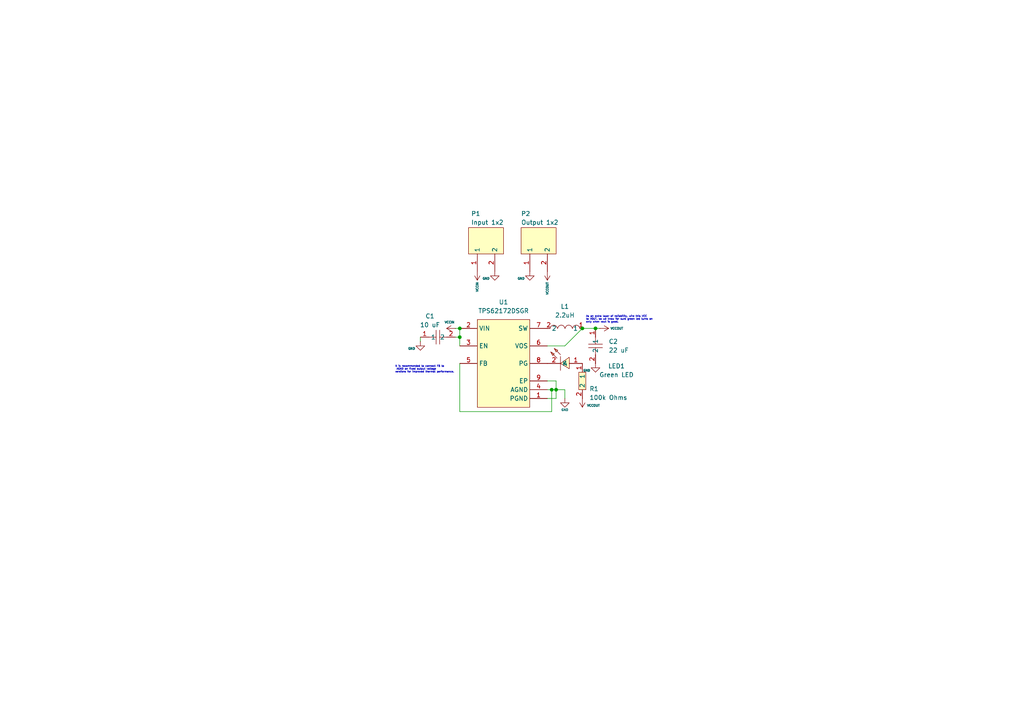
<source format=kicad_sch>
(kicad_sch (version 20250114) (generator "eeschema") (generator_version "9.0")
  (paper "A4")
  (lib_symbols
    (symbol "EasyEDA2KicadSymbols:0805G(Green)"
      (property "Reference" "LED" (at 0 5.08 0))
      (property "Value" "0805G (Green)" (at 0 -5.08 0))
      (symbol "0805G(Green)_0_1"
        (polyline (pts (xy -4.06 3.3) (xy -3.05 2.79) (xy -3.56 2.29) (xy -4.06 3.3)) (fill (type background)))
        (polyline (pts (xy -3.05 4.32) (xy -2.03 3.81) (xy -2.54 3.3) (xy -3.05 4.32)) (fill (type background)))
        (polyline (pts (xy -2.29 1.52) (xy -4.06 3.3)))
        (polyline (pts (xy -1.27 2.54) (xy -3.05 4.32)))
        (polyline (pts (xy -1.27 2.03) (xy -1.27 -2.03)))
        (polyline (pts (xy 1.27 -1.52) (xy -1.27 0) (xy 1.27 1.78) (xy 1.27 -1.52)) (fill (type background)))
        (pin unspecified line (at -5.08 0 0) (length 3.81) (name "K") (number "2"))
        (pin unspecified line (at 5.08 0 180) (length 3.81) (name "A") (number "1"))
      )
    )
    (symbol "EasyEDA2KicadSymbols:CL10A106MQ8NNNC"
      (property "Reference" "C" (at 0 5.08 0))
      (property "Value" "CL10A106MQ8NNNC" (at 0 -5.08 0))
      (symbol "CL10A106MQ8NNNC_0_1"
        (polyline (pts (xy -0.51 0) (xy -2.54 0)))
        (polyline (pts (xy -0.51 -2.03) (xy -0.51 2.03)))
        (polyline (pts (xy 0.51 2.03) (xy 0.51 -2.03)))
        (polyline (pts (xy 2.54 0) (xy 0.51 0)))
        (pin unspecified line (at -5.08 0 0) (length 2.54) (name "1") (number "1"))
        (pin unspecified line (at 5.08 0 180) (length 2.54) (name "2") (number "2"))
      )
    )
    (symbol "EasyEDA2KicadSymbols:CL21A226MQQNNNE"
      (property "Reference" "C" (at 0 5.08 0))
      (property "Value" "CL21A226MQQNNNE" (at 0 -5.08 0))
      (symbol "CL21A226MQQNNNE_0_1"
        (polyline (pts (xy -0.51 0) (xy -2.54 0)))
        (polyline (pts (xy -0.51 -2.03) (xy -0.51 2.03)))
        (polyline (pts (xy 0.51 2.03) (xy 0.51 -2.03)))
        (polyline (pts (xy 2.54 0) (xy 0.51 0)))
        (pin unspecified line (at -5.08 0 0) (length 2.54) (name "1") (number "1"))
        (pin unspecified line (at 5.08 0 180) (length 2.54) (name "2") (number "2"))
      )
    )
    (symbol "EasyEDA2KicadSymbols:QR0402J100KQ10"
      (property "Reference" "R" (at 0 5.08 0))
      (property "Value" "QR0402J100KQ10" (at 0 -5.08 0))
      (symbol "QR0402J100KQ10_0_1"
        (rectangle (start -2.54 1.02) (end 2.54 -1.02) (fill (type background)))
        (pin unspecified line (at -5.08 0 0) (length 2.54) (name "1") (number "1"))
        (pin unspecified line (at 5.08 0 180) (length 2.54) (name "2") (number "2"))
      )
    )
    (symbol "EasyEDA2KicadSymbols:SMNR4020-2.2UH"
      (property "Reference" "L" (at 0 5.08 0))
      (property "Value" "SMNR4020-2.2UH" (at 0 -5.08 0))
      (symbol "SMNR4020-2.2UH_0_1"
        (arc (start -2.27 -0.02) (mid -3.28 -0.9427) (end -4.29 -0.02))
        (arc (start -0.11 -0.02) (mid -1.12 -0.9471) (end -2.13 -0.02))
        (arc (start 2.04 -0.02) (mid 1.03 -0.9471) (end 0.02 -0.02))
        (arc (start 4.23 -0.02) (mid 3.22 -0.9471) (end 2.21 -0.02))
        (pin unspecified line (at -5.08 0 0) (length 0.762) (name "1") (number "1"))
        (pin unspecified line (at 5.08 0 180) (length 0.762) (name "2") (number "2"))
      )
    )
    (symbol "EasyEDA2KicadSymbols:TPS62172DSGR"
      (property "Reference" "U" (at 0 15.24 0))
      (property "Value" "TPS62172DSGR" (at 0 -15.24 0))
      (symbol "TPS62172DSGR_0_1"
        (rectangle (start -7.62 12.7) (end 7.62 -12.7) (fill (type background)))
        (pin power_in line (at -12.7 10.16 0) (length 5.08) (name "VIN") (number "2"))
        (pin unspecified line (at -12.7 5.08 0) (length 5.08) (name "EN") (number "3"))
        (pin unspecified line (at -12.7 0 0) (length 5.08) (name "FB") (number "5"))
        (pin power_in line (at 12.7 10.16 180) (length 5.08) (name "SW") (number "7"))
        (pin unspecified line (at 12.7 5.08 180) (length 5.08) (name "VOS") (number "6"))
        (pin unspecified line (at 12.7 0 180) (length 5.08) (name "PG") (number "8"))
        (pin power_in line (at 12.7 -5.08 180) (length 5.08) (name "EP") (number "9"))
        (pin power_in line (at 12.7 -7.62 180) (length 5.08) (name "AGND") (number "4"))
        (pin power_in line (at 12.7 -10.16 180) (length 5.08) (name "PGND") (number "1"))
      )
    )
    (symbol "EasyEDA2KicadSymbols:WJ128V-5.0-2P"
      (property "Reference" "P" (at 0 -1.27 0))
      (property "Value" "WJ128V-5.0-2P" (at 0 -11.43 0))
      (symbol "WJ128V-5.0-2P_0_1"
        (rectangle (start -5.08 6.35) (end 5.08 -1.27) (fill (type background)))
        (pin unspecified line (at -2.54 -6.35 90) (length 5.08) (name "1") (number "1"))
        (pin unspecified line (at 2.54 -6.35 90) (length 5.08) (name "2") (number "2"))
      )
    )
    (symbol "power:GND" (power) (pin_numbers (hide yes)) (pin_names (offset 0) (hide yes))
      (property "Value" "GND" (at 0 -3.81 0))
      (symbol "GND_0_1"
        (polyline (pts (xy 0 0) (xy 0 -1.27) (xy 1.27 -1.27) (xy 0 -2.54) (xy -1.27 -1.27) (xy 0 -1.27)))
      )
      (symbol "GND_1_1"
        (pin power_in line (at 0 0 270) (length 0) (name "~") (number "1"))
      )
    )
    (symbol "power:VCC" (power) (pin_numbers (hide yes)) (pin_names (offset 0) (hide yes))
      (property "Value" "VCC" (at 0 3.556 0))
      (symbol "VCC_0_1"
        (polyline (pts (xy -0.762 1.27) (xy 0 2.54)))
        (polyline (pts (xy 0 2.54) (xy 0.762 1.27)))
        (polyline (pts (xy 0 0) (xy 0 2.54)))
      )
      (symbol "VCC_1_1"
        (pin power_in line (at 0 0 90) (length 0) (name "~") (number "1"))
      )
    )
  )
  (text "As an extra layer of reliability, wire this VCC \nto VOUT, so we know for sure green led turns on\nonly when vout is good." (at 169.926 92.71 0) (effects (font (size 0.508 0.508)) (justify left)))
  (text "It is recommended to connect FB to\n AGND on fixed output voltage \nversions for improved thermal performance.\n" (at 114.554 107.188 0) (effects (font (size 0.508 0.508)) (justify left)))
  (junction (at 133.35 97.79))
  (junction (at 160.02 113.03))
  (junction (at 168.91 95.25))
  (junction (at 161.29 113.03))
  (junction (at 172.72 95.25))
  (junction (at 133.35 95.25))
  (wire (pts (xy 158.75 110.49) (xy 161.29 110.49)))
  (wire (pts (xy 133.35 95.25) (xy 133.35 97.79)))
  (wire (pts (xy 161.29 110.49) (xy 161.29 113.03)))
  (wire (pts (xy 158.75 115.57) (xy 161.29 115.57)))
  (wire (pts (xy 168.91 95.25) (xy 172.72 95.25)))
  (wire (pts (xy 172.72 95.25) (xy 173.99 95.25)))
  (wire (pts (xy 161.29 113.03) (xy 163.83 113.03)))
  (wire (pts (xy 133.35 97.79) (xy 133.35 100.33)))
  (wire (pts (xy 160.02 119.38) (xy 133.35 119.38)))
  (wire (pts (xy 168.91 95.25) (xy 163.83 100.33)))
  (wire (pts (xy 132.08 97.79) (xy 133.35 97.79)))
  (wire (pts (xy 133.35 105.41) (xy 133.35 119.38)))
  (wire (pts (xy 132.08 95.25) (xy 133.35 95.25)))
  (wire (pts (xy 160.02 113.03) (xy 161.29 113.03)))
  (wire (pts (xy 161.29 113.03) (xy 161.29 115.57)))
  (wire (pts (xy 163.83 113.03) (xy 163.83 115.57)))
  (wire (pts (xy 121.92 99.06) (xy 121.92 97.79)))
  (wire (pts (xy 158.75 113.03) (xy 160.02 113.03)))
  (wire (pts (xy 160.02 113.03) (xy 160.02 119.38)))
  (wire (pts (xy 158.75 100.33) (xy 163.83 100.33)))
  (symbol (lib_id "EasyEDA2KicadSymbols:TPS62172DSGR") (at 146.05 105.41 0) (unit 1)
    (property "Reference" "U1" (at 146.05 87.63 0))
    (property "Value" "TPS62172DSGR" (at 146.05 90.17 0))
    (property "Footprint" "EasyEDA2KicadFootprints:WSON-8_L2.0-W2.0-P0.50-TL-EP" (effects (hide yes)))
    (property "Datasheet" "https://lcsc.com/product-detail/PMIC-AC-DC-Converters_TI_TPS62172DSGR_TPS62172DSGR_C59873.html" (effects (hide yes)))
    (property "LCSC Part" "C59873" (effects (hide yes)))
  )
  (symbol (lib_id "EasyEDA2KicadSymbols:WJ128V-5.0-2P") (at 156.21 72.39 0) (unit 1)
    (property "Reference" "P2" (at 151.13 61.976 0) (effects (justify left)))
    (property "Value" "Output 1x2" (at 151.13 64.516 0) (effects (justify left)))
    (property "Footprint" "EasyEDA2KicadFootprints:CONN-TH_2P-P5.00_WJ128V-5.0-2P" (effects (hide yes)))
    (property "Datasheet" "https://lcsc.com/product-detail/Terminal-Blocks_WJ128V-5-0-2P_C8269.html" (effects (hide yes)))
    (property "LCSC Part" "C8269" (effects (hide yes)))
  )
  (symbol (lib_id "power:VCC") (at 158.75 78.74 180) (unit 1)
    (property "Reference" "#PWR03" (effects (hide yes)))
    (property "Value" "VCCOUT" (at 158.75 81.788 90) (effects (font (size 0.635 0.635)) (justify left)))
    (property "Description" "Power symbol creates a global label with name \"VCC\"" (effects (hide yes)))
  )
  (symbol (lib_id "power:VCC") (at 173.99 95.25 270) (unit 1)
    (property "Reference" "#PWR014" (effects (hide yes)))
    (property "Value" "VCCOUT" (at 177.038 95.25 90) (effects (font (size 0.635 0.635)) (justify left)))
    (property "Description" "Power symbol creates a global label with name \"VCC\"" (effects (hide yes)))
  )
  (symbol (lib_id "EasyEDA2KicadSymbols:CL21A226MQQNNNE") (at 172.72 100.33 270) (unit 1)
    (property "Reference" "C2" (at 176.53 99.0599 90) (effects (justify left)))
    (property "Value" "22 uF" (at 176.53 101.5999 90) (effects (justify left)))
    (property "Footprint" "EasyEDA2KicadFootprints:C0805" (effects (hide yes)))
    (property "Datasheet" "https://lcsc.com/product-detail/Multilayer-Ceramic-Capacitors-MLCC-SMD-SMT_SAMSUNG_CL21A226MQQNNNE_22uF-226-20-6-3V_C5674.html" (effects (hide yes)))
    (property "LCSC Part" "C5674" (effects (hide yes)))
  )
  (symbol (lib_id "power:GND") (at 143.51 78.74 0) (unit 1)
    (property "Reference" "#PWR02" (effects (hide yes)))
    (property "Value" "GND" (at 140.97 80.772 0) (effects (font (size 0.635 0.635))))
    (property "Description" "Power symbol creates a global label with name \"GND\" , ground" (effects (hide yes)))
  )
  (symbol (lib_id "power:GND") (at 121.92 99.06 0) (unit 1)
    (property "Reference" "#PWR09" (effects (hide yes)))
    (property "Value" "GND" (at 119.38 101.092 0) (effects (font (size 0.635 0.635))))
    (property "Description" "Power symbol creates a global label with name \"GND\" , ground" (effects (hide yes)))
  )
  (symbol (lib_id "power:VCC") (at 168.91 115.57 180) (unit 1)
    (property "Reference" "#PWR010" (effects (hide yes)))
    (property "Value" "VCCOUT" (at 173.99 117.602 0) (effects (font (size 0.635 0.635)) (justify left)))
    (property "Description" "Power symbol creates a global label with name \"VCC\"" (effects (hide yes)))
  )
  (symbol (lib_id "power:GND") (at 172.72 105.41 0) (unit 1)
    (property "Reference" "#PWR015" (effects (hide yes)))
    (property "Value" "GND" (at 170.18 107.442 0) (effects (font (size 0.635 0.635))))
    (property "Description" "Power symbol creates a global label with name \"GND\" , ground" (effects (hide yes)))
  )
  (symbol (lib_id "power:GND") (at 163.83 115.57 0) (unit 1)
    (property "Reference" "#PWR016" (effects (hide yes)))
    (property "Value" "GND" (at 163.83 118.872 0) (effects (font (size 0.635 0.635))))
    (property "Description" "Power symbol creates a global label with name \"GND\" , ground" (effects (hide yes)))
  )
  (symbol (lib_id "EasyEDA2KicadSymbols:0805G(Green)") (at 163.83 105.41 0) (unit 1)
    (property "Reference" "LED1" (at 178.816 106.172 0))
    (property "Value" "Green LED" (at 178.816 108.712 0))
    (property "Footprint" "EasyEDA2KicadFootprints:LED0805-R-RD" (effects (hide yes)))
    (property "Datasheet" "https://lcsc.com/product-detail/Light-Emitting-Diodes-LED_Green-0805-Highlighted_C2297.html" (effects (hide yes)))
    (property "LCSC Part" "C2297" (effects (hide yes)))
  )
  (symbol (lib_id "EasyEDA2KicadSymbols:SMNR4020-2.2UH") (at 163.83 95.25 180) (unit 1)
    (property "Reference" "L1" (at 163.83 88.9 0))
    (property "Value" "2.2uH" (at 163.83 91.44 0))
    (property "Footprint" "EasyEDA2KicadFootprints:IND-SMD_L4.0-W4.0_LQH44PN2R2MP0L" (effects (hide yes)))
    (property "Datasheet" "https://lcsc.com/product-detail/Power-Inductors_2-2uH-20_C135262.html" (effects (hide yes)))
    (property "LCSC Part" "C135262" (effects (hide yes)))
  )
  (symbol (lib_id "power:GND") (at 153.67 78.74 0) (unit 1)
    (property "Reference" "#PWR04" (effects (hide yes)))
    (property "Value" "GND" (at 151.13 80.772 0) (effects (font (size 0.635 0.635))))
    (property "Description" "Power symbol creates a global label with name \"GND\" , ground" (effects (hide yes)))
  )
  (symbol (lib_id "EasyEDA2KicadSymbols:QR0402J100KQ10") (at 168.91 110.49 270) (unit 1)
    (property "Reference" "R1" (at 170.942 112.776 90) (effects (justify left)))
    (property "Value" "100k Ohms" (at 170.942 115.316 90) (effects (justify left)))
    (property "Footprint" "EasyEDA2KicadFootprints:R0402" (effects (hide yes)))
    (property "Datasheet" "https://lcsc.com/product-detail/Chip-Resistor-Surface-Mount_100KR-104-5_C176119.html" (effects (hide yes)))
    (property "LCSC Part" "C176119" (effects (hide yes)))
  )
  (symbol (lib_id "EasyEDA2KicadSymbols:CL10A106MQ8NNNC") (at 127 97.79 0) (unit 1)
    (property "Reference" "C1" (at 124.714 91.694 0))
    (property "Value" "10 uF" (at 124.714 94.234 0))
    (property "Footprint" "EasyEDA2KicadFootprints:C0603" (effects (hide yes)))
    (property "Datasheet" "https://lcsc.com/product-detail/Multilayer-Ceramic-Capacitors-MLCC-SMD-SMT_SAMSUNG_CL10A106MQ8NNNC_10uF-106-20-6-3V_C1691.html" (effects (hide yes)))
    (property "LCSC Part" "C1691" (effects (hide yes)))
  )
  (symbol (lib_id "power:VCC") (at 138.43 78.74 180) (unit 1)
    (property "Reference" "#PWR01" (effects (hide yes)))
    (property "Value" "VCCIN" (at 138.43 81.788 90) (effects (font (size 0.635 0.635)) (justify left)))
    (property "Description" "Power symbol creates a global label with name \"VCC\"" (effects (hide yes)))
  )
  (symbol (lib_id "power:VCC") (at 132.08 95.25 90) (unit 1)
    (property "Reference" "#PWR08" (effects (hide yes)))
    (property "Value" "VCCIN" (at 131.826 93.472 90) (effects (font (size 0.635 0.635)) (justify left)))
    (property "Description" "Power symbol creates a global label with name \"VCC\"" (effects (hide yes)))
  )
  (symbol (lib_id "EasyEDA2KicadSymbols:WJ128V-5.0-2P") (at 140.97 72.39 0) (unit 1)
    (property "Reference" "P1" (at 136.652 61.976 0) (effects (justify left)))
    (property "Value" "Input 1x2" (at 136.652 64.516 0) (effects (justify left)))
    (property "Footprint" "EasyEDA2KicadFootprints:CONN-TH_2P-P5.00_WJ128V-5.0-2P" (effects (hide yes)))
    (property "Datasheet" "https://lcsc.com/product-detail/Terminal-Blocks_WJ128V-5-0-2P_C8269.html" (effects (hide yes)))
    (property "LCSC Part" "C8269" (effects (hide yes)))
  )
)
</source>
